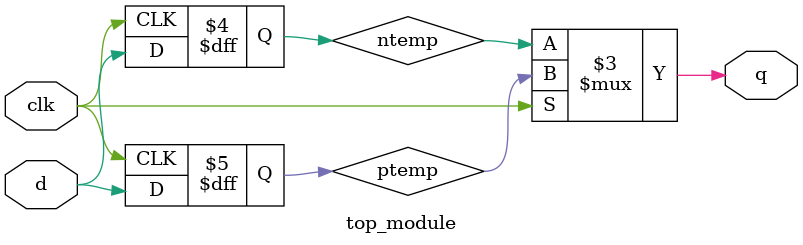
<source format=v>
module top_module (
    input clk,
    input d,
    output q
); 
    
    reg ptemp, ntemp;
    
    always @(posedge clk) ptemp <= d;
    always @(negedge clk) ntemp <= d;
    
    assign q = (clk)?ptemp:ntemp;

endmodule

</source>
